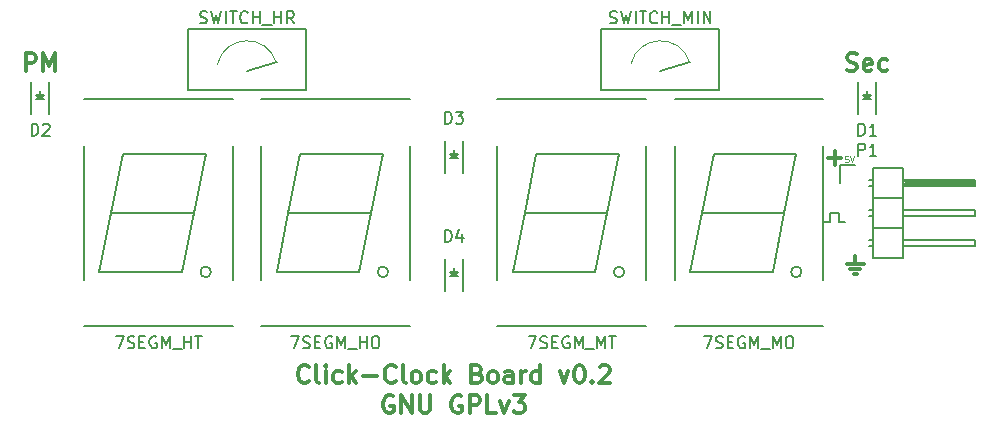
<source format=gto>
G04 #@! TF.FileFunction,Legend,Top*
%FSLAX46Y46*%
G04 Gerber Fmt 4.6, Leading zero omitted, Abs format (unit mm)*
G04 Created by KiCad (PCBNEW 4.0.5) date Fri Apr  7 21:20:41 2017*
%MOMM*%
%LPD*%
G01*
G04 APERTURE LIST*
%ADD10C,0.100000*%
%ADD11C,0.300000*%
%ADD12C,0.125000*%
%ADD13C,0.200000*%
%ADD14C,0.150000*%
%ADD15C,0.050000*%
%ADD16C,0.203200*%
G04 APERTURE END LIST*
D10*
D11*
X142714287Y-110260714D02*
X142642858Y-110332143D01*
X142428572Y-110403571D01*
X142285715Y-110403571D01*
X142071430Y-110332143D01*
X141928572Y-110189286D01*
X141857144Y-110046429D01*
X141785715Y-109760714D01*
X141785715Y-109546429D01*
X141857144Y-109260714D01*
X141928572Y-109117857D01*
X142071430Y-108975000D01*
X142285715Y-108903571D01*
X142428572Y-108903571D01*
X142642858Y-108975000D01*
X142714287Y-109046429D01*
X143571430Y-110403571D02*
X143428572Y-110332143D01*
X143357144Y-110189286D01*
X143357144Y-108903571D01*
X144142858Y-110403571D02*
X144142858Y-109403571D01*
X144142858Y-108903571D02*
X144071429Y-108975000D01*
X144142858Y-109046429D01*
X144214286Y-108975000D01*
X144142858Y-108903571D01*
X144142858Y-109046429D01*
X145500001Y-110332143D02*
X145357144Y-110403571D01*
X145071430Y-110403571D01*
X144928572Y-110332143D01*
X144857144Y-110260714D01*
X144785715Y-110117857D01*
X144785715Y-109689286D01*
X144857144Y-109546429D01*
X144928572Y-109475000D01*
X145071430Y-109403571D01*
X145357144Y-109403571D01*
X145500001Y-109475000D01*
X146142858Y-110403571D02*
X146142858Y-108903571D01*
X146285715Y-109832143D02*
X146714286Y-110403571D01*
X146714286Y-109403571D02*
X146142858Y-109975000D01*
X147357144Y-109832143D02*
X148500001Y-109832143D01*
X150071430Y-110260714D02*
X150000001Y-110332143D01*
X149785715Y-110403571D01*
X149642858Y-110403571D01*
X149428573Y-110332143D01*
X149285715Y-110189286D01*
X149214287Y-110046429D01*
X149142858Y-109760714D01*
X149142858Y-109546429D01*
X149214287Y-109260714D01*
X149285715Y-109117857D01*
X149428573Y-108975000D01*
X149642858Y-108903571D01*
X149785715Y-108903571D01*
X150000001Y-108975000D01*
X150071430Y-109046429D01*
X150928573Y-110403571D02*
X150785715Y-110332143D01*
X150714287Y-110189286D01*
X150714287Y-108903571D01*
X151714287Y-110403571D02*
X151571429Y-110332143D01*
X151500001Y-110260714D01*
X151428572Y-110117857D01*
X151428572Y-109689286D01*
X151500001Y-109546429D01*
X151571429Y-109475000D01*
X151714287Y-109403571D01*
X151928572Y-109403571D01*
X152071429Y-109475000D01*
X152142858Y-109546429D01*
X152214287Y-109689286D01*
X152214287Y-110117857D01*
X152142858Y-110260714D01*
X152071429Y-110332143D01*
X151928572Y-110403571D01*
X151714287Y-110403571D01*
X153500001Y-110332143D02*
X153357144Y-110403571D01*
X153071430Y-110403571D01*
X152928572Y-110332143D01*
X152857144Y-110260714D01*
X152785715Y-110117857D01*
X152785715Y-109689286D01*
X152857144Y-109546429D01*
X152928572Y-109475000D01*
X153071430Y-109403571D01*
X153357144Y-109403571D01*
X153500001Y-109475000D01*
X154142858Y-110403571D02*
X154142858Y-108903571D01*
X154285715Y-109832143D02*
X154714286Y-110403571D01*
X154714286Y-109403571D02*
X154142858Y-109975000D01*
X157000001Y-109617857D02*
X157214287Y-109689286D01*
X157285715Y-109760714D01*
X157357144Y-109903571D01*
X157357144Y-110117857D01*
X157285715Y-110260714D01*
X157214287Y-110332143D01*
X157071429Y-110403571D01*
X156500001Y-110403571D01*
X156500001Y-108903571D01*
X157000001Y-108903571D01*
X157142858Y-108975000D01*
X157214287Y-109046429D01*
X157285715Y-109189286D01*
X157285715Y-109332143D01*
X157214287Y-109475000D01*
X157142858Y-109546429D01*
X157000001Y-109617857D01*
X156500001Y-109617857D01*
X158214287Y-110403571D02*
X158071429Y-110332143D01*
X158000001Y-110260714D01*
X157928572Y-110117857D01*
X157928572Y-109689286D01*
X158000001Y-109546429D01*
X158071429Y-109475000D01*
X158214287Y-109403571D01*
X158428572Y-109403571D01*
X158571429Y-109475000D01*
X158642858Y-109546429D01*
X158714287Y-109689286D01*
X158714287Y-110117857D01*
X158642858Y-110260714D01*
X158571429Y-110332143D01*
X158428572Y-110403571D01*
X158214287Y-110403571D01*
X160000001Y-110403571D02*
X160000001Y-109617857D01*
X159928572Y-109475000D01*
X159785715Y-109403571D01*
X159500001Y-109403571D01*
X159357144Y-109475000D01*
X160000001Y-110332143D02*
X159857144Y-110403571D01*
X159500001Y-110403571D01*
X159357144Y-110332143D01*
X159285715Y-110189286D01*
X159285715Y-110046429D01*
X159357144Y-109903571D01*
X159500001Y-109832143D01*
X159857144Y-109832143D01*
X160000001Y-109760714D01*
X160714287Y-110403571D02*
X160714287Y-109403571D01*
X160714287Y-109689286D02*
X160785715Y-109546429D01*
X160857144Y-109475000D01*
X161000001Y-109403571D01*
X161142858Y-109403571D01*
X162285715Y-110403571D02*
X162285715Y-108903571D01*
X162285715Y-110332143D02*
X162142858Y-110403571D01*
X161857144Y-110403571D01*
X161714286Y-110332143D01*
X161642858Y-110260714D01*
X161571429Y-110117857D01*
X161571429Y-109689286D01*
X161642858Y-109546429D01*
X161714286Y-109475000D01*
X161857144Y-109403571D01*
X162142858Y-109403571D01*
X162285715Y-109475000D01*
X164000001Y-109403571D02*
X164357144Y-110403571D01*
X164714286Y-109403571D01*
X165571429Y-108903571D02*
X165714286Y-108903571D01*
X165857143Y-108975000D01*
X165928572Y-109046429D01*
X166000001Y-109189286D01*
X166071429Y-109475000D01*
X166071429Y-109832143D01*
X166000001Y-110117857D01*
X165928572Y-110260714D01*
X165857143Y-110332143D01*
X165714286Y-110403571D01*
X165571429Y-110403571D01*
X165428572Y-110332143D01*
X165357143Y-110260714D01*
X165285715Y-110117857D01*
X165214286Y-109832143D01*
X165214286Y-109475000D01*
X165285715Y-109189286D01*
X165357143Y-109046429D01*
X165428572Y-108975000D01*
X165571429Y-108903571D01*
X166714286Y-110260714D02*
X166785714Y-110332143D01*
X166714286Y-110403571D01*
X166642857Y-110332143D01*
X166714286Y-110260714D01*
X166714286Y-110403571D01*
X167357143Y-109046429D02*
X167428572Y-108975000D01*
X167571429Y-108903571D01*
X167928572Y-108903571D01*
X168071429Y-108975000D01*
X168142858Y-109046429D01*
X168214286Y-109189286D01*
X168214286Y-109332143D01*
X168142858Y-109546429D01*
X167285715Y-110403571D01*
X168214286Y-110403571D01*
X149857143Y-111525000D02*
X149714286Y-111453571D01*
X149500000Y-111453571D01*
X149285715Y-111525000D01*
X149142857Y-111667857D01*
X149071429Y-111810714D01*
X149000000Y-112096429D01*
X149000000Y-112310714D01*
X149071429Y-112596429D01*
X149142857Y-112739286D01*
X149285715Y-112882143D01*
X149500000Y-112953571D01*
X149642857Y-112953571D01*
X149857143Y-112882143D01*
X149928572Y-112810714D01*
X149928572Y-112310714D01*
X149642857Y-112310714D01*
X150571429Y-112953571D02*
X150571429Y-111453571D01*
X151428572Y-112953571D01*
X151428572Y-111453571D01*
X152142858Y-111453571D02*
X152142858Y-112667857D01*
X152214286Y-112810714D01*
X152285715Y-112882143D01*
X152428572Y-112953571D01*
X152714286Y-112953571D01*
X152857144Y-112882143D01*
X152928572Y-112810714D01*
X153000001Y-112667857D01*
X153000001Y-111453571D01*
X155642858Y-111525000D02*
X155500001Y-111453571D01*
X155285715Y-111453571D01*
X155071430Y-111525000D01*
X154928572Y-111667857D01*
X154857144Y-111810714D01*
X154785715Y-112096429D01*
X154785715Y-112310714D01*
X154857144Y-112596429D01*
X154928572Y-112739286D01*
X155071430Y-112882143D01*
X155285715Y-112953571D01*
X155428572Y-112953571D01*
X155642858Y-112882143D01*
X155714287Y-112810714D01*
X155714287Y-112310714D01*
X155428572Y-112310714D01*
X156357144Y-112953571D02*
X156357144Y-111453571D01*
X156928572Y-111453571D01*
X157071430Y-111525000D01*
X157142858Y-111596429D01*
X157214287Y-111739286D01*
X157214287Y-111953571D01*
X157142858Y-112096429D01*
X157071430Y-112167857D01*
X156928572Y-112239286D01*
X156357144Y-112239286D01*
X158571430Y-112953571D02*
X157857144Y-112953571D01*
X157857144Y-111453571D01*
X158928573Y-111953571D02*
X159285716Y-112953571D01*
X159642858Y-111953571D01*
X160071430Y-111453571D02*
X161000001Y-111453571D01*
X160500001Y-112025000D01*
X160714287Y-112025000D01*
X160857144Y-112096429D01*
X160928573Y-112167857D01*
X161000001Y-112310714D01*
X161000001Y-112667857D01*
X160928573Y-112810714D01*
X160857144Y-112882143D01*
X160714287Y-112953571D01*
X160285715Y-112953571D01*
X160142858Y-112882143D01*
X160071430Y-112810714D01*
D12*
X188404763Y-91226190D02*
X188166668Y-91226190D01*
X188142858Y-91464286D01*
X188166668Y-91440476D01*
X188214287Y-91416667D01*
X188333334Y-91416667D01*
X188380953Y-91440476D01*
X188404763Y-91464286D01*
X188428572Y-91511905D01*
X188428572Y-91630952D01*
X188404763Y-91678571D01*
X188380953Y-91702381D01*
X188333334Y-91726190D01*
X188214287Y-91726190D01*
X188166668Y-91702381D01*
X188142858Y-91678571D01*
X188571429Y-91226190D02*
X188738096Y-91726190D01*
X188904762Y-91226190D01*
D13*
X187600000Y-96750000D02*
X188100000Y-96750000D01*
X187600000Y-96000000D02*
X187600000Y-96750000D01*
X186850000Y-96000000D02*
X187600000Y-96000000D01*
X186850000Y-96750000D02*
X186850000Y-96000000D01*
X186350000Y-96750000D02*
X186850000Y-96750000D01*
D11*
X188285715Y-100321429D02*
X189714286Y-100321429D01*
X188571429Y-100750000D02*
X189428572Y-100750000D01*
X189000000Y-99678571D02*
X189000000Y-100321429D01*
X189142858Y-101178571D02*
X188857143Y-101178571D01*
X186678572Y-91357143D02*
X187821429Y-91357143D01*
X187250000Y-91928571D02*
X187250000Y-90785714D01*
X188285715Y-83927143D02*
X188500001Y-83998571D01*
X188857144Y-83998571D01*
X189000001Y-83927143D01*
X189071430Y-83855714D01*
X189142858Y-83712857D01*
X189142858Y-83570000D01*
X189071430Y-83427143D01*
X189000001Y-83355714D01*
X188857144Y-83284286D01*
X188571430Y-83212857D01*
X188428572Y-83141429D01*
X188357144Y-83070000D01*
X188285715Y-82927143D01*
X188285715Y-82784286D01*
X188357144Y-82641429D01*
X188428572Y-82570000D01*
X188571430Y-82498571D01*
X188928572Y-82498571D01*
X189142858Y-82570000D01*
X190357143Y-83927143D02*
X190214286Y-83998571D01*
X189928572Y-83998571D01*
X189785715Y-83927143D01*
X189714286Y-83784286D01*
X189714286Y-83212857D01*
X189785715Y-83070000D01*
X189928572Y-82998571D01*
X190214286Y-82998571D01*
X190357143Y-83070000D01*
X190428572Y-83212857D01*
X190428572Y-83355714D01*
X189714286Y-83498571D01*
X191714286Y-83927143D02*
X191571429Y-83998571D01*
X191285715Y-83998571D01*
X191142857Y-83927143D01*
X191071429Y-83855714D01*
X191000000Y-83712857D01*
X191000000Y-83284286D01*
X191071429Y-83141429D01*
X191142857Y-83070000D01*
X191285715Y-82998571D01*
X191571429Y-82998571D01*
X191714286Y-83070000D01*
X118750000Y-83998571D02*
X118750000Y-82498571D01*
X119321428Y-82498571D01*
X119464286Y-82570000D01*
X119535714Y-82641429D01*
X119607143Y-82784286D01*
X119607143Y-82998571D01*
X119535714Y-83141429D01*
X119464286Y-83212857D01*
X119321428Y-83284286D01*
X118750000Y-83284286D01*
X120250000Y-83998571D02*
X120250000Y-82498571D01*
X120750000Y-83570000D01*
X121250000Y-82498571D01*
X121250000Y-83998571D01*
D14*
X190750000Y-87600000D02*
X190750000Y-84900000D01*
X189250000Y-87600000D02*
X189250000Y-84900000D01*
X190150000Y-86100000D02*
X189900000Y-86100000D01*
X189900000Y-86100000D02*
X190050000Y-86250000D01*
X189650000Y-86350000D02*
X190350000Y-86350000D01*
X190000000Y-86000000D02*
X190000000Y-85650000D01*
X190000000Y-86350000D02*
X189650000Y-86000000D01*
X189650000Y-86000000D02*
X190350000Y-86000000D01*
X190350000Y-86000000D02*
X190000000Y-86350000D01*
X120750000Y-87600000D02*
X120750000Y-84900000D01*
X119250000Y-87600000D02*
X119250000Y-84900000D01*
X120150000Y-86100000D02*
X119900000Y-86100000D01*
X119900000Y-86100000D02*
X120050000Y-86250000D01*
X119650000Y-86350000D02*
X120350000Y-86350000D01*
X120000000Y-86000000D02*
X120000000Y-85650000D01*
X120000000Y-86350000D02*
X119650000Y-86000000D01*
X119650000Y-86000000D02*
X120350000Y-86000000D01*
X120350000Y-86000000D02*
X120000000Y-86350000D01*
X155750000Y-92600000D02*
X155750000Y-89900000D01*
X154250000Y-92600000D02*
X154250000Y-89900000D01*
X155150000Y-91100000D02*
X154900000Y-91100000D01*
X154900000Y-91100000D02*
X155050000Y-91250000D01*
X154650000Y-91350000D02*
X155350000Y-91350000D01*
X155000000Y-91000000D02*
X155000000Y-90650000D01*
X155000000Y-91350000D02*
X154650000Y-91000000D01*
X154650000Y-91000000D02*
X155350000Y-91000000D01*
X155350000Y-91000000D02*
X155000000Y-91350000D01*
X155750000Y-102600000D02*
X155750000Y-99900000D01*
X154250000Y-102600000D02*
X154250000Y-99900000D01*
X155150000Y-101100000D02*
X154900000Y-101100000D01*
X154900000Y-101100000D02*
X155050000Y-101250000D01*
X154650000Y-101350000D02*
X155350000Y-101350000D01*
X155000000Y-101000000D02*
X155000000Y-100650000D01*
X155000000Y-101350000D02*
X154650000Y-101000000D01*
X154650000Y-101000000D02*
X155350000Y-101000000D01*
X155350000Y-101000000D02*
X155000000Y-101350000D01*
X187700000Y-91910000D02*
X187700000Y-93460000D01*
X189000000Y-91910000D02*
X187700000Y-91910000D01*
X193191000Y-93333000D02*
X199033000Y-93333000D01*
X199033000Y-93333000D02*
X199033000Y-93587000D01*
X199033000Y-93587000D02*
X193191000Y-93587000D01*
X193191000Y-93587000D02*
X193191000Y-93460000D01*
X193191000Y-93460000D02*
X199033000Y-93460000D01*
X190524000Y-93206000D02*
X190143000Y-93206000D01*
X190524000Y-93714000D02*
X190143000Y-93714000D01*
X190524000Y-95746000D02*
X190143000Y-95746000D01*
X190524000Y-96254000D02*
X190143000Y-96254000D01*
X190524000Y-98286000D02*
X190143000Y-98286000D01*
X190524000Y-98794000D02*
X190143000Y-98794000D01*
X193064000Y-94730000D02*
X193064000Y-92190000D01*
X199160000Y-93714000D02*
X193064000Y-93714000D01*
X199160000Y-93206000D02*
X199160000Y-93714000D01*
X193064000Y-93206000D02*
X199160000Y-93206000D01*
X190524000Y-94730000D02*
X193064000Y-94730000D01*
X190524000Y-92190000D02*
X190524000Y-94730000D01*
X190524000Y-92190000D02*
X193064000Y-92190000D01*
X190524000Y-97270000D02*
X193064000Y-97270000D01*
X190524000Y-97270000D02*
X190524000Y-99810000D01*
X193064000Y-98286000D02*
X199160000Y-98286000D01*
X199160000Y-98286000D02*
X199160000Y-98794000D01*
X199160000Y-98794000D02*
X193064000Y-98794000D01*
X193064000Y-99810000D02*
X193064000Y-97270000D01*
X193064000Y-97270000D02*
X193064000Y-94730000D01*
X199160000Y-96254000D02*
X193064000Y-96254000D01*
X199160000Y-95746000D02*
X199160000Y-96254000D01*
X193064000Y-95746000D02*
X199160000Y-95746000D01*
X190524000Y-97270000D02*
X193064000Y-97270000D01*
X190524000Y-94730000D02*
X190524000Y-97270000D01*
X190524000Y-94730000D02*
X193064000Y-94730000D01*
X190524000Y-99810000D02*
X193064000Y-99810000D01*
X134447214Y-101000000D02*
G75*
G03X134447214Y-101000000I-447214J0D01*
G01*
X127000000Y-91000000D02*
X126000000Y-96000000D01*
X126000000Y-96000000D02*
X125000000Y-101000000D01*
X125000000Y-101000000D02*
X132000000Y-101000000D01*
X132000000Y-101000000D02*
X133000000Y-96000000D01*
X134000000Y-91000000D02*
X133000000Y-96000000D01*
X133000000Y-96000000D02*
X126000000Y-96000000D01*
X127000000Y-91000000D02*
X134000000Y-91000000D01*
X136300000Y-105600000D02*
X123700000Y-105600000D01*
X123700000Y-90300000D02*
X123700000Y-101700000D01*
X136300000Y-90300000D02*
X136300000Y-101700000D01*
X123700000Y-86400000D02*
X136300000Y-86400000D01*
X149447214Y-101000000D02*
G75*
G03X149447214Y-101000000I-447214J0D01*
G01*
X142000000Y-91000000D02*
X141000000Y-96000000D01*
X141000000Y-96000000D02*
X140000000Y-101000000D01*
X140000000Y-101000000D02*
X147000000Y-101000000D01*
X147000000Y-101000000D02*
X148000000Y-96000000D01*
X149000000Y-91000000D02*
X148000000Y-96000000D01*
X148000000Y-96000000D02*
X141000000Y-96000000D01*
X142000000Y-91000000D02*
X149000000Y-91000000D01*
X151300000Y-105600000D02*
X138700000Y-105600000D01*
X138700000Y-90300000D02*
X138700000Y-101700000D01*
X151300000Y-90300000D02*
X151300000Y-101700000D01*
X138700000Y-86400000D02*
X151300000Y-86400000D01*
X169447214Y-101000000D02*
G75*
G03X169447214Y-101000000I-447214J0D01*
G01*
X162000000Y-91000000D02*
X161000000Y-96000000D01*
X161000000Y-96000000D02*
X160000000Y-101000000D01*
X160000000Y-101000000D02*
X167000000Y-101000000D01*
X167000000Y-101000000D02*
X168000000Y-96000000D01*
X169000000Y-91000000D02*
X168000000Y-96000000D01*
X168000000Y-96000000D02*
X161000000Y-96000000D01*
X162000000Y-91000000D02*
X169000000Y-91000000D01*
X171300000Y-105600000D02*
X158700000Y-105600000D01*
X158700000Y-90300000D02*
X158700000Y-101700000D01*
X171300000Y-90300000D02*
X171300000Y-101700000D01*
X158700000Y-86400000D02*
X171300000Y-86400000D01*
X184447214Y-101000000D02*
G75*
G03X184447214Y-101000000I-447214J0D01*
G01*
X177000000Y-91000000D02*
X176000000Y-96000000D01*
X176000000Y-96000000D02*
X175000000Y-101000000D01*
X175000000Y-101000000D02*
X182000000Y-101000000D01*
X182000000Y-101000000D02*
X183000000Y-96000000D01*
X184000000Y-91000000D02*
X183000000Y-96000000D01*
X183000000Y-96000000D02*
X176000000Y-96000000D01*
X177000000Y-91000000D02*
X184000000Y-91000000D01*
X186300000Y-105600000D02*
X173700000Y-105600000D01*
X173700000Y-90300000D02*
X173700000Y-101700000D01*
X186300000Y-90300000D02*
X186300000Y-101700000D01*
X173700000Y-86400000D02*
X186300000Y-86400000D01*
X137500000Y-84000000D02*
X140000000Y-83250000D01*
D15*
X139965063Y-83269615D02*
G75*
G03X135000000Y-83400000I-2465063J-730385D01*
G01*
D14*
X142500000Y-80400000D02*
X132500000Y-80400000D01*
X132500000Y-80400000D02*
X132500000Y-85600000D01*
X142500000Y-85600000D02*
X132500000Y-85600000D01*
X142500000Y-80400000D02*
X142500000Y-85600000D01*
X172500000Y-84000000D02*
X175000000Y-83250000D01*
D15*
X174965063Y-83269615D02*
G75*
G03X170000000Y-83400000I-2465063J-730385D01*
G01*
D14*
X177500000Y-80400000D02*
X167500000Y-80400000D01*
X167500000Y-80400000D02*
X167500000Y-85600000D01*
X177500000Y-85600000D02*
X167500000Y-85600000D01*
X177500000Y-80400000D02*
X177500000Y-85600000D01*
X189261905Y-89452381D02*
X189261905Y-88452381D01*
X189500000Y-88452381D01*
X189642858Y-88500000D01*
X189738096Y-88595238D01*
X189785715Y-88690476D01*
X189833334Y-88880952D01*
X189833334Y-89023810D01*
X189785715Y-89214286D01*
X189738096Y-89309524D01*
X189642858Y-89404762D01*
X189500000Y-89452381D01*
X189261905Y-89452381D01*
X190785715Y-89452381D02*
X190214286Y-89452381D01*
X190500000Y-89452381D02*
X190500000Y-88452381D01*
X190404762Y-88595238D01*
X190309524Y-88690476D01*
X190214286Y-88738095D01*
X119261905Y-89452381D02*
X119261905Y-88452381D01*
X119500000Y-88452381D01*
X119642858Y-88500000D01*
X119738096Y-88595238D01*
X119785715Y-88690476D01*
X119833334Y-88880952D01*
X119833334Y-89023810D01*
X119785715Y-89214286D01*
X119738096Y-89309524D01*
X119642858Y-89404762D01*
X119500000Y-89452381D01*
X119261905Y-89452381D01*
X120214286Y-88547619D02*
X120261905Y-88500000D01*
X120357143Y-88452381D01*
X120595239Y-88452381D01*
X120690477Y-88500000D01*
X120738096Y-88547619D01*
X120785715Y-88642857D01*
X120785715Y-88738095D01*
X120738096Y-88880952D01*
X120166667Y-89452381D01*
X120785715Y-89452381D01*
X154261905Y-88452381D02*
X154261905Y-87452381D01*
X154500000Y-87452381D01*
X154642858Y-87500000D01*
X154738096Y-87595238D01*
X154785715Y-87690476D01*
X154833334Y-87880952D01*
X154833334Y-88023810D01*
X154785715Y-88214286D01*
X154738096Y-88309524D01*
X154642858Y-88404762D01*
X154500000Y-88452381D01*
X154261905Y-88452381D01*
X155166667Y-87452381D02*
X155785715Y-87452381D01*
X155452381Y-87833333D01*
X155595239Y-87833333D01*
X155690477Y-87880952D01*
X155738096Y-87928571D01*
X155785715Y-88023810D01*
X155785715Y-88261905D01*
X155738096Y-88357143D01*
X155690477Y-88404762D01*
X155595239Y-88452381D01*
X155309524Y-88452381D01*
X155214286Y-88404762D01*
X155166667Y-88357143D01*
X154261905Y-98452381D02*
X154261905Y-97452381D01*
X154500000Y-97452381D01*
X154642858Y-97500000D01*
X154738096Y-97595238D01*
X154785715Y-97690476D01*
X154833334Y-97880952D01*
X154833334Y-98023810D01*
X154785715Y-98214286D01*
X154738096Y-98309524D01*
X154642858Y-98404762D01*
X154500000Y-98452381D01*
X154261905Y-98452381D01*
X155690477Y-97785714D02*
X155690477Y-98452381D01*
X155452381Y-97404762D02*
X155214286Y-98119048D01*
X155833334Y-98119048D01*
X189261905Y-91152381D02*
X189261905Y-90152381D01*
X189642858Y-90152381D01*
X189738096Y-90200000D01*
X189785715Y-90247619D01*
X189833334Y-90342857D01*
X189833334Y-90485714D01*
X189785715Y-90580952D01*
X189738096Y-90628571D01*
X189642858Y-90676190D01*
X189261905Y-90676190D01*
X190785715Y-91152381D02*
X190214286Y-91152381D01*
X190500000Y-91152381D02*
X190500000Y-90152381D01*
X190404762Y-90295238D01*
X190309524Y-90390476D01*
X190214286Y-90438095D01*
X126380952Y-106452381D02*
X127047619Y-106452381D01*
X126619047Y-107452381D01*
X127380952Y-107404762D02*
X127523809Y-107452381D01*
X127761905Y-107452381D01*
X127857143Y-107404762D01*
X127904762Y-107357143D01*
X127952381Y-107261905D01*
X127952381Y-107166667D01*
X127904762Y-107071429D01*
X127857143Y-107023810D01*
X127761905Y-106976190D01*
X127571428Y-106928571D01*
X127476190Y-106880952D01*
X127428571Y-106833333D01*
X127380952Y-106738095D01*
X127380952Y-106642857D01*
X127428571Y-106547619D01*
X127476190Y-106500000D01*
X127571428Y-106452381D01*
X127809524Y-106452381D01*
X127952381Y-106500000D01*
X128380952Y-106928571D02*
X128714286Y-106928571D01*
X128857143Y-107452381D02*
X128380952Y-107452381D01*
X128380952Y-106452381D01*
X128857143Y-106452381D01*
X129809524Y-106500000D02*
X129714286Y-106452381D01*
X129571429Y-106452381D01*
X129428571Y-106500000D01*
X129333333Y-106595238D01*
X129285714Y-106690476D01*
X129238095Y-106880952D01*
X129238095Y-107023810D01*
X129285714Y-107214286D01*
X129333333Y-107309524D01*
X129428571Y-107404762D01*
X129571429Y-107452381D01*
X129666667Y-107452381D01*
X129809524Y-107404762D01*
X129857143Y-107357143D01*
X129857143Y-107023810D01*
X129666667Y-107023810D01*
X130285714Y-107452381D02*
X130285714Y-106452381D01*
X130619048Y-107166667D01*
X130952381Y-106452381D01*
X130952381Y-107452381D01*
X131190476Y-107547619D02*
X131952381Y-107547619D01*
X132190476Y-107452381D02*
X132190476Y-106452381D01*
X132190476Y-106928571D02*
X132761905Y-106928571D01*
X132761905Y-107452381D02*
X132761905Y-106452381D01*
X133095238Y-106452381D02*
X133666667Y-106452381D01*
X133380952Y-107452381D02*
X133380952Y-106452381D01*
X141238095Y-106452381D02*
X141904762Y-106452381D01*
X141476190Y-107452381D01*
X142238095Y-107404762D02*
X142380952Y-107452381D01*
X142619048Y-107452381D01*
X142714286Y-107404762D01*
X142761905Y-107357143D01*
X142809524Y-107261905D01*
X142809524Y-107166667D01*
X142761905Y-107071429D01*
X142714286Y-107023810D01*
X142619048Y-106976190D01*
X142428571Y-106928571D01*
X142333333Y-106880952D01*
X142285714Y-106833333D01*
X142238095Y-106738095D01*
X142238095Y-106642857D01*
X142285714Y-106547619D01*
X142333333Y-106500000D01*
X142428571Y-106452381D01*
X142666667Y-106452381D01*
X142809524Y-106500000D01*
X143238095Y-106928571D02*
X143571429Y-106928571D01*
X143714286Y-107452381D02*
X143238095Y-107452381D01*
X143238095Y-106452381D01*
X143714286Y-106452381D01*
X144666667Y-106500000D02*
X144571429Y-106452381D01*
X144428572Y-106452381D01*
X144285714Y-106500000D01*
X144190476Y-106595238D01*
X144142857Y-106690476D01*
X144095238Y-106880952D01*
X144095238Y-107023810D01*
X144142857Y-107214286D01*
X144190476Y-107309524D01*
X144285714Y-107404762D01*
X144428572Y-107452381D01*
X144523810Y-107452381D01*
X144666667Y-107404762D01*
X144714286Y-107357143D01*
X144714286Y-107023810D01*
X144523810Y-107023810D01*
X145142857Y-107452381D02*
X145142857Y-106452381D01*
X145476191Y-107166667D01*
X145809524Y-106452381D01*
X145809524Y-107452381D01*
X146047619Y-107547619D02*
X146809524Y-107547619D01*
X147047619Y-107452381D02*
X147047619Y-106452381D01*
X147047619Y-106928571D02*
X147619048Y-106928571D01*
X147619048Y-107452381D02*
X147619048Y-106452381D01*
X148285714Y-106452381D02*
X148476191Y-106452381D01*
X148571429Y-106500000D01*
X148666667Y-106595238D01*
X148714286Y-106785714D01*
X148714286Y-107119048D01*
X148666667Y-107309524D01*
X148571429Y-107404762D01*
X148476191Y-107452381D01*
X148285714Y-107452381D01*
X148190476Y-107404762D01*
X148095238Y-107309524D01*
X148047619Y-107119048D01*
X148047619Y-106785714D01*
X148095238Y-106595238D01*
X148190476Y-106500000D01*
X148285714Y-106452381D01*
X161333333Y-106452381D02*
X162000000Y-106452381D01*
X161571428Y-107452381D01*
X162333333Y-107404762D02*
X162476190Y-107452381D01*
X162714286Y-107452381D01*
X162809524Y-107404762D01*
X162857143Y-107357143D01*
X162904762Y-107261905D01*
X162904762Y-107166667D01*
X162857143Y-107071429D01*
X162809524Y-107023810D01*
X162714286Y-106976190D01*
X162523809Y-106928571D01*
X162428571Y-106880952D01*
X162380952Y-106833333D01*
X162333333Y-106738095D01*
X162333333Y-106642857D01*
X162380952Y-106547619D01*
X162428571Y-106500000D01*
X162523809Y-106452381D01*
X162761905Y-106452381D01*
X162904762Y-106500000D01*
X163333333Y-106928571D02*
X163666667Y-106928571D01*
X163809524Y-107452381D02*
X163333333Y-107452381D01*
X163333333Y-106452381D01*
X163809524Y-106452381D01*
X164761905Y-106500000D02*
X164666667Y-106452381D01*
X164523810Y-106452381D01*
X164380952Y-106500000D01*
X164285714Y-106595238D01*
X164238095Y-106690476D01*
X164190476Y-106880952D01*
X164190476Y-107023810D01*
X164238095Y-107214286D01*
X164285714Y-107309524D01*
X164380952Y-107404762D01*
X164523810Y-107452381D01*
X164619048Y-107452381D01*
X164761905Y-107404762D01*
X164809524Y-107357143D01*
X164809524Y-107023810D01*
X164619048Y-107023810D01*
X165238095Y-107452381D02*
X165238095Y-106452381D01*
X165571429Y-107166667D01*
X165904762Y-106452381D01*
X165904762Y-107452381D01*
X166142857Y-107547619D02*
X166904762Y-107547619D01*
X167142857Y-107452381D02*
X167142857Y-106452381D01*
X167476191Y-107166667D01*
X167809524Y-106452381D01*
X167809524Y-107452381D01*
X168142857Y-106452381D02*
X168714286Y-106452381D01*
X168428571Y-107452381D02*
X168428571Y-106452381D01*
X176190476Y-106452381D02*
X176857143Y-106452381D01*
X176428571Y-107452381D01*
X177190476Y-107404762D02*
X177333333Y-107452381D01*
X177571429Y-107452381D01*
X177666667Y-107404762D01*
X177714286Y-107357143D01*
X177761905Y-107261905D01*
X177761905Y-107166667D01*
X177714286Y-107071429D01*
X177666667Y-107023810D01*
X177571429Y-106976190D01*
X177380952Y-106928571D01*
X177285714Y-106880952D01*
X177238095Y-106833333D01*
X177190476Y-106738095D01*
X177190476Y-106642857D01*
X177238095Y-106547619D01*
X177285714Y-106500000D01*
X177380952Y-106452381D01*
X177619048Y-106452381D01*
X177761905Y-106500000D01*
X178190476Y-106928571D02*
X178523810Y-106928571D01*
X178666667Y-107452381D02*
X178190476Y-107452381D01*
X178190476Y-106452381D01*
X178666667Y-106452381D01*
X179619048Y-106500000D02*
X179523810Y-106452381D01*
X179380953Y-106452381D01*
X179238095Y-106500000D01*
X179142857Y-106595238D01*
X179095238Y-106690476D01*
X179047619Y-106880952D01*
X179047619Y-107023810D01*
X179095238Y-107214286D01*
X179142857Y-107309524D01*
X179238095Y-107404762D01*
X179380953Y-107452381D01*
X179476191Y-107452381D01*
X179619048Y-107404762D01*
X179666667Y-107357143D01*
X179666667Y-107023810D01*
X179476191Y-107023810D01*
X180095238Y-107452381D02*
X180095238Y-106452381D01*
X180428572Y-107166667D01*
X180761905Y-106452381D01*
X180761905Y-107452381D01*
X181000000Y-107547619D02*
X181761905Y-107547619D01*
X182000000Y-107452381D02*
X182000000Y-106452381D01*
X182333334Y-107166667D01*
X182666667Y-106452381D01*
X182666667Y-107452381D01*
X183333333Y-106452381D02*
X183523810Y-106452381D01*
X183619048Y-106500000D01*
X183714286Y-106595238D01*
X183761905Y-106785714D01*
X183761905Y-107119048D01*
X183714286Y-107309524D01*
X183619048Y-107404762D01*
X183523810Y-107452381D01*
X183333333Y-107452381D01*
X183238095Y-107404762D01*
X183142857Y-107309524D01*
X183095238Y-107119048D01*
X183095238Y-106785714D01*
X183142857Y-106595238D01*
X183238095Y-106500000D01*
X183333333Y-106452381D01*
D16*
X133532762Y-79911238D02*
X133677905Y-79959619D01*
X133919809Y-79959619D01*
X134016571Y-79911238D01*
X134064952Y-79862857D01*
X134113333Y-79766095D01*
X134113333Y-79669333D01*
X134064952Y-79572571D01*
X134016571Y-79524190D01*
X133919809Y-79475810D01*
X133726286Y-79427429D01*
X133629524Y-79379048D01*
X133581143Y-79330667D01*
X133532762Y-79233905D01*
X133532762Y-79137143D01*
X133581143Y-79040381D01*
X133629524Y-78992000D01*
X133726286Y-78943619D01*
X133968190Y-78943619D01*
X134113333Y-78992000D01*
X134452000Y-78943619D02*
X134693905Y-79959619D01*
X134887428Y-79233905D01*
X135080952Y-79959619D01*
X135322857Y-78943619D01*
X135709905Y-79959619D02*
X135709905Y-78943619D01*
X136048572Y-78943619D02*
X136629143Y-78943619D01*
X136338858Y-79959619D02*
X136338858Y-78943619D01*
X137548381Y-79862857D02*
X137500000Y-79911238D01*
X137354857Y-79959619D01*
X137258095Y-79959619D01*
X137112953Y-79911238D01*
X137016191Y-79814476D01*
X136967810Y-79717714D01*
X136919429Y-79524190D01*
X136919429Y-79379048D01*
X136967810Y-79185524D01*
X137016191Y-79088762D01*
X137112953Y-78992000D01*
X137258095Y-78943619D01*
X137354857Y-78943619D01*
X137500000Y-78992000D01*
X137548381Y-79040381D01*
X137983810Y-79959619D02*
X137983810Y-78943619D01*
X137983810Y-79427429D02*
X138564381Y-79427429D01*
X138564381Y-79959619D02*
X138564381Y-78943619D01*
X138806286Y-80056381D02*
X139580381Y-80056381D01*
X139822286Y-79959619D02*
X139822286Y-78943619D01*
X139822286Y-79427429D02*
X140402857Y-79427429D01*
X140402857Y-79959619D02*
X140402857Y-78943619D01*
X141467238Y-79959619D02*
X141128572Y-79475810D01*
X140886667Y-79959619D02*
X140886667Y-78943619D01*
X141273714Y-78943619D01*
X141370476Y-78992000D01*
X141418857Y-79040381D01*
X141467238Y-79137143D01*
X141467238Y-79282286D01*
X141418857Y-79379048D01*
X141370476Y-79427429D01*
X141273714Y-79475810D01*
X140886667Y-79475810D01*
X168218286Y-79911238D02*
X168363429Y-79959619D01*
X168605333Y-79959619D01*
X168702095Y-79911238D01*
X168750476Y-79862857D01*
X168798857Y-79766095D01*
X168798857Y-79669333D01*
X168750476Y-79572571D01*
X168702095Y-79524190D01*
X168605333Y-79475810D01*
X168411810Y-79427429D01*
X168315048Y-79379048D01*
X168266667Y-79330667D01*
X168218286Y-79233905D01*
X168218286Y-79137143D01*
X168266667Y-79040381D01*
X168315048Y-78992000D01*
X168411810Y-78943619D01*
X168653714Y-78943619D01*
X168798857Y-78992000D01*
X169137524Y-78943619D02*
X169379429Y-79959619D01*
X169572952Y-79233905D01*
X169766476Y-79959619D01*
X170008381Y-78943619D01*
X170395429Y-79959619D02*
X170395429Y-78943619D01*
X170734096Y-78943619D02*
X171314667Y-78943619D01*
X171024382Y-79959619D02*
X171024382Y-78943619D01*
X172233905Y-79862857D02*
X172185524Y-79911238D01*
X172040381Y-79959619D01*
X171943619Y-79959619D01*
X171798477Y-79911238D01*
X171701715Y-79814476D01*
X171653334Y-79717714D01*
X171604953Y-79524190D01*
X171604953Y-79379048D01*
X171653334Y-79185524D01*
X171701715Y-79088762D01*
X171798477Y-78992000D01*
X171943619Y-78943619D01*
X172040381Y-78943619D01*
X172185524Y-78992000D01*
X172233905Y-79040381D01*
X172669334Y-79959619D02*
X172669334Y-78943619D01*
X172669334Y-79427429D02*
X173249905Y-79427429D01*
X173249905Y-79959619D02*
X173249905Y-78943619D01*
X173491810Y-80056381D02*
X174265905Y-80056381D01*
X174507810Y-79959619D02*
X174507810Y-78943619D01*
X174846476Y-79669333D01*
X175185143Y-78943619D01*
X175185143Y-79959619D01*
X175668953Y-79959619D02*
X175668953Y-78943619D01*
X176152763Y-79959619D02*
X176152763Y-78943619D01*
X176733334Y-79959619D01*
X176733334Y-78943619D01*
M02*

</source>
